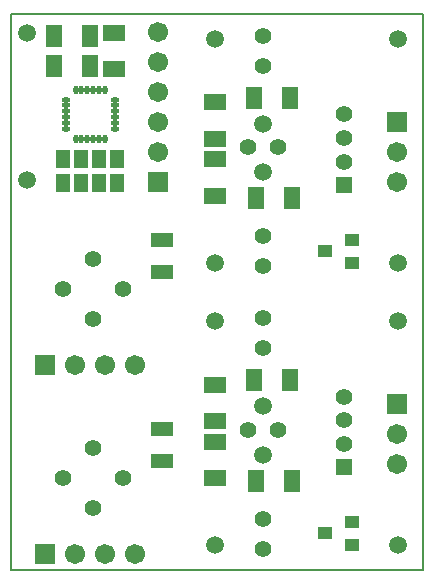
<source format=gts>
%FSLAX23Y23*%
%MOIN*%
G70*
G01*
G75*
G04 Layer_Color=8388736*
%ADD10C,0.005*%
%ADD11R,0.067X0.043*%
%ADD12C,0.010*%
%ADD13R,0.037X0.035*%
%ADD14R,0.037X0.035*%
%ADD15R,0.045X0.069*%
%ADD16R,0.069X0.045*%
%ADD17C,0.012*%
%ADD18R,0.043X0.055*%
%ADD19O,0.010X0.022*%
%ADD20O,0.022X0.010*%
%ADD21C,0.008*%
%ADD22C,0.047*%
%ADD23C,0.059*%
%ADD24R,0.059X0.059*%
%ADD25R,0.059X0.059*%
%ADD26R,0.047X0.047*%
%ADD27C,0.051*%
%ADD28C,0.028*%
%ADD29C,0.024*%
%ADD30C,0.008*%
%ADD31C,0.010*%
%ADD32C,0.007*%
%ADD33R,0.075X0.051*%
%ADD34R,0.045X0.043*%
%ADD35R,0.045X0.043*%
%ADD36R,0.053X0.077*%
%ADD37R,0.077X0.053*%
%ADD38R,0.051X0.063*%
%ADD39O,0.018X0.030*%
%ADD40O,0.030X0.018*%
%ADD41C,0.055*%
%ADD42C,0.067*%
%ADD43R,0.067X0.067*%
%ADD44R,0.067X0.067*%
%ADD45R,0.055X0.055*%
%ADD46C,0.059*%
D10*
X0Y0D02*
X1374D01*
Y1853D01*
X0D02*
X1374D01*
X0Y0D02*
Y1853D01*
D33*
X504Y366D02*
D03*
Y472D02*
D03*
Y996D02*
D03*
Y1102D02*
D03*
D34*
X1045Y123D02*
D03*
X1137Y85D02*
D03*
X1045Y1064D02*
D03*
X1137Y1026D02*
D03*
D35*
X1137Y160D02*
D03*
Y1101D02*
D03*
D36*
X817Y299D02*
D03*
X937D02*
D03*
X811Y633D02*
D03*
X931D02*
D03*
X817Y1240D02*
D03*
X937D02*
D03*
X811Y1574D02*
D03*
X931D02*
D03*
X264Y1680D02*
D03*
X144D02*
D03*
X264Y1780D02*
D03*
X144D02*
D03*
D37*
X678Y309D02*
D03*
Y429D02*
D03*
Y619D02*
D03*
Y499D02*
D03*
Y1249D02*
D03*
Y1370D02*
D03*
Y1560D02*
D03*
Y1439D02*
D03*
X344Y1790D02*
D03*
Y1670D02*
D03*
D38*
X294Y1370D02*
D03*
X354D02*
D03*
X294Y1290D02*
D03*
X354D02*
D03*
X234Y1370D02*
D03*
X174D02*
D03*
X234Y1290D02*
D03*
X174D02*
D03*
D39*
X215Y1438D02*
D03*
X234D02*
D03*
X254D02*
D03*
X274D02*
D03*
X294D02*
D03*
X313D02*
D03*
Y1602D02*
D03*
X294D02*
D03*
X274D02*
D03*
X254D02*
D03*
X234D02*
D03*
X215D02*
D03*
D40*
X346Y1471D02*
D03*
Y1490D02*
D03*
Y1510D02*
D03*
Y1530D02*
D03*
Y1550D02*
D03*
Y1569D02*
D03*
X182D02*
D03*
Y1550D02*
D03*
Y1530D02*
D03*
Y1510D02*
D03*
Y1490D02*
D03*
Y1471D02*
D03*
D41*
X374Y309D02*
D03*
X274Y209D02*
D03*
X174Y309D02*
D03*
X274Y409D02*
D03*
X374Y939D02*
D03*
X274Y839D02*
D03*
X174Y939D02*
D03*
X274Y1039D02*
D03*
X838Y172D02*
D03*
Y72D02*
D03*
Y741D02*
D03*
Y841D02*
D03*
X888Y469D02*
D03*
X788D02*
D03*
X1111Y579D02*
D03*
Y500D02*
D03*
Y421D02*
D03*
X838Y1113D02*
D03*
Y1013D02*
D03*
Y1682D02*
D03*
Y1782D02*
D03*
X888Y1410D02*
D03*
X788D02*
D03*
X1111Y1520D02*
D03*
Y1441D02*
D03*
Y1362D02*
D03*
D42*
X412Y54D02*
D03*
X312D02*
D03*
X212D02*
D03*
X412Y684D02*
D03*
X312D02*
D03*
X212D02*
D03*
X1286Y355D02*
D03*
Y455D02*
D03*
Y1296D02*
D03*
Y1396D02*
D03*
X489Y1795D02*
D03*
Y1695D02*
D03*
Y1595D02*
D03*
Y1495D02*
D03*
Y1395D02*
D03*
D43*
X112Y54D02*
D03*
Y684D02*
D03*
D44*
X1286Y555D02*
D03*
Y1496D02*
D03*
X489Y1295D02*
D03*
D45*
X1111Y343D02*
D03*
Y1284D02*
D03*
D46*
X1291Y83D02*
D03*
Y831D02*
D03*
X681Y83D02*
D03*
Y831D02*
D03*
X838Y547D02*
D03*
Y386D02*
D03*
X1291Y1024D02*
D03*
Y1772D02*
D03*
X681Y1024D02*
D03*
Y1772D02*
D03*
X838Y1488D02*
D03*
Y1327D02*
D03*
X54Y1790D02*
D03*
Y1300D02*
D03*
M02*

</source>
